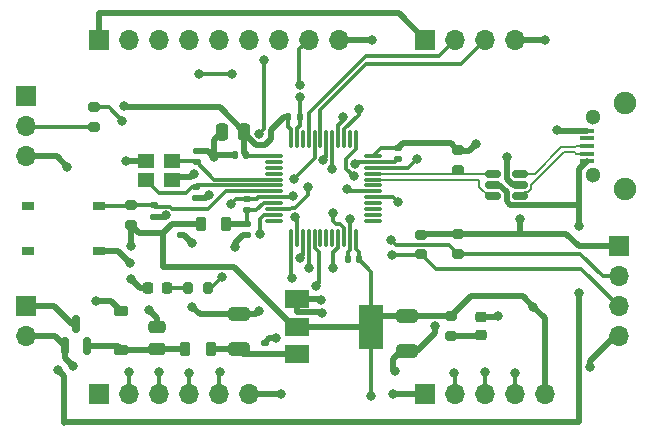
<source format=gbr>
%TF.GenerationSoftware,KiCad,Pcbnew,7.0.5*%
%TF.CreationDate,2023-08-08T21:03:55-06:00*%
%TF.ProjectId,STM32PlayBoard_v1,53544d33-3250-46c6-9179-426f6172645f,rev?*%
%TF.SameCoordinates,Original*%
%TF.FileFunction,Copper,L1,Top*%
%TF.FilePolarity,Positive*%
%FSLAX46Y46*%
G04 Gerber Fmt 4.6, Leading zero omitted, Abs format (unit mm)*
G04 Created by KiCad (PCBNEW 7.0.5) date 2023-08-08 21:03:55*
%MOMM*%
%LPD*%
G01*
G04 APERTURE LIST*
G04 Aperture macros list*
%AMRoundRect*
0 Rectangle with rounded corners*
0 $1 Rounding radius*
0 $2 $3 $4 $5 $6 $7 $8 $9 X,Y pos of 4 corners*
0 Add a 4 corners polygon primitive as box body*
4,1,4,$2,$3,$4,$5,$6,$7,$8,$9,$2,$3,0*
0 Add four circle primitives for the rounded corners*
1,1,$1+$1,$2,$3*
1,1,$1+$1,$4,$5*
1,1,$1+$1,$6,$7*
1,1,$1+$1,$8,$9*
0 Add four rect primitives between the rounded corners*
20,1,$1+$1,$2,$3,$4,$5,0*
20,1,$1+$1,$4,$5,$6,$7,0*
20,1,$1+$1,$6,$7,$8,$9,0*
20,1,$1+$1,$8,$9,$2,$3,0*%
G04 Aperture macros list end*
%TA.AperFunction,SMDPad,CuDef*%
%ADD10RoundRect,0.200000X-0.275000X0.200000X-0.275000X-0.200000X0.275000X-0.200000X0.275000X0.200000X0*%
%TD*%
%TA.AperFunction,SMDPad,CuDef*%
%ADD11RoundRect,0.140000X-0.170000X0.140000X-0.170000X-0.140000X0.170000X-0.140000X0.170000X0.140000X0*%
%TD*%
%TA.AperFunction,SMDPad,CuDef*%
%ADD12RoundRect,0.218750X0.218750X0.381250X-0.218750X0.381250X-0.218750X-0.381250X0.218750X-0.381250X0*%
%TD*%
%TA.AperFunction,ComponentPad*%
%ADD13R,1.700000X1.700000*%
%TD*%
%TA.AperFunction,ComponentPad*%
%ADD14O,1.700000X1.700000*%
%TD*%
%TA.AperFunction,SMDPad,CuDef*%
%ADD15RoundRect,0.250000X0.650000X-0.325000X0.650000X0.325000X-0.650000X0.325000X-0.650000X-0.325000X0*%
%TD*%
%TA.AperFunction,SMDPad,CuDef*%
%ADD16RoundRect,0.200000X-0.200000X-0.275000X0.200000X-0.275000X0.200000X0.275000X-0.200000X0.275000X0*%
%TD*%
%TA.AperFunction,SMDPad,CuDef*%
%ADD17RoundRect,0.140000X0.140000X0.170000X-0.140000X0.170000X-0.140000X-0.170000X0.140000X-0.170000X0*%
%TD*%
%TA.AperFunction,SMDPad,CuDef*%
%ADD18RoundRect,0.250000X-0.650000X0.325000X-0.650000X-0.325000X0.650000X-0.325000X0.650000X0.325000X0*%
%TD*%
%TA.AperFunction,SMDPad,CuDef*%
%ADD19R,1.400000X1.150000*%
%TD*%
%TA.AperFunction,SMDPad,CuDef*%
%ADD20RoundRect,0.150000X0.150000X-0.587500X0.150000X0.587500X-0.150000X0.587500X-0.150000X-0.587500X0*%
%TD*%
%TA.AperFunction,SMDPad,CuDef*%
%ADD21RoundRect,0.140000X0.170000X-0.140000X0.170000X0.140000X-0.170000X0.140000X-0.170000X-0.140000X0*%
%TD*%
%TA.AperFunction,SMDPad,CuDef*%
%ADD22RoundRect,0.218750X-0.256250X0.218750X-0.256250X-0.218750X0.256250X-0.218750X0.256250X0.218750X0*%
%TD*%
%TA.AperFunction,SMDPad,CuDef*%
%ADD23RoundRect,0.250000X0.250000X0.475000X-0.250000X0.475000X-0.250000X-0.475000X0.250000X-0.475000X0*%
%TD*%
%TA.AperFunction,SMDPad,CuDef*%
%ADD24R,1.000000X0.750000*%
%TD*%
%TA.AperFunction,SMDPad,CuDef*%
%ADD25RoundRect,0.140000X-0.140000X-0.170000X0.140000X-0.170000X0.140000X0.170000X-0.140000X0.170000X0*%
%TD*%
%TA.AperFunction,SMDPad,CuDef*%
%ADD26RoundRect,0.218750X-0.218750X-0.381250X0.218750X-0.381250X0.218750X0.381250X-0.218750X0.381250X0*%
%TD*%
%TA.AperFunction,SMDPad,CuDef*%
%ADD27R,1.250000X0.400000*%
%TD*%
%TA.AperFunction,ComponentPad*%
%ADD28C,1.300000*%
%TD*%
%TA.AperFunction,ComponentPad*%
%ADD29C,1.900000*%
%TD*%
%TA.AperFunction,SMDPad,CuDef*%
%ADD30RoundRect,0.250000X0.475000X-0.250000X0.475000X0.250000X-0.475000X0.250000X-0.475000X-0.250000X0*%
%TD*%
%TA.AperFunction,SMDPad,CuDef*%
%ADD31RoundRect,0.218750X-0.218750X-0.256250X0.218750X-0.256250X0.218750X0.256250X-0.218750X0.256250X0*%
%TD*%
%TA.AperFunction,SMDPad,CuDef*%
%ADD32RoundRect,0.200000X0.275000X-0.200000X0.275000X0.200000X-0.275000X0.200000X-0.275000X-0.200000X0*%
%TD*%
%TA.AperFunction,SMDPad,CuDef*%
%ADD33R,2.000000X1.500000*%
%TD*%
%TA.AperFunction,SMDPad,CuDef*%
%ADD34R,2.000000X3.800000*%
%TD*%
%TA.AperFunction,SMDPad,CuDef*%
%ADD35RoundRect,0.150000X0.512500X0.150000X-0.512500X0.150000X-0.512500X-0.150000X0.512500X-0.150000X0*%
%TD*%
%TA.AperFunction,SMDPad,CuDef*%
%ADD36RoundRect,0.225000X0.375000X-0.225000X0.375000X0.225000X-0.375000X0.225000X-0.375000X-0.225000X0*%
%TD*%
%TA.AperFunction,SMDPad,CuDef*%
%ADD37RoundRect,0.075000X-0.662500X-0.075000X0.662500X-0.075000X0.662500X0.075000X-0.662500X0.075000X0*%
%TD*%
%TA.AperFunction,SMDPad,CuDef*%
%ADD38RoundRect,0.075000X-0.075000X-0.662500X0.075000X-0.662500X0.075000X0.662500X-0.075000X0.662500X0*%
%TD*%
%TA.AperFunction,ViaPad*%
%ADD39C,0.800000*%
%TD*%
%TA.AperFunction,Conductor*%
%ADD40C,0.500000*%
%TD*%
%TA.AperFunction,Conductor*%
%ADD41C,0.300000*%
%TD*%
%TA.AperFunction,Conductor*%
%ADD42C,0.200000*%
%TD*%
G04 APERTURE END LIST*
D10*
%TO.P,R6,1*%
%TO.N,+3.3V*%
X60390000Y-80495000D03*
%TO.P,R6,2*%
%TO.N,ISC2_SDA*%
X60390000Y-82145000D03*
%TD*%
D11*
%TO.P,C12,1*%
%TO.N,+3.3V*%
X36900000Y-79620000D03*
%TO.P,C12,2*%
%TO.N,GND*%
X36900000Y-80580000D03*
%TD*%
%TO.P,C6,1*%
%TO.N,+3.3V*%
X55290000Y-73180000D03*
%TO.P,C6,2*%
%TO.N,GND*%
X55290000Y-74140000D03*
%TD*%
D12*
%TO.P,FB2,1*%
%TO.N,+3.3VA*%
X40762500Y-79600000D03*
%TO.P,FB2,2*%
%TO.N,+3.3V*%
X38637500Y-79600000D03*
%TD*%
D13*
%TO.P,J6,1,Pin_1*%
%TO.N,+3.3V*%
X30000000Y-64000000D03*
D14*
%TO.P,J6,2,Pin_2*%
%TO.N,PB6*%
X32540000Y-64000000D03*
%TO.P,J6,3,Pin_3*%
%TO.N,PB5*%
X35080000Y-64000000D03*
%TO.P,J6,4,Pin_4*%
%TO.N,PB4*%
X37620000Y-64000000D03*
%TO.P,J6,5,Pin_5*%
%TO.N,PB3*%
X40160000Y-64000000D03*
%TO.P,J6,6,Pin_6*%
%TO.N,ADC1_IN0*%
X42700000Y-64000000D03*
%TO.P,J6,7,Pin_7*%
%TO.N,TIM1_CH1*%
X45240000Y-64000000D03*
%TO.P,J6,8,Pin_8*%
%TO.N,TIM1_CH2*%
X47780000Y-64000000D03*
%TO.P,J6,9,Pin_9*%
%TO.N,GND*%
X50320000Y-64000000D03*
%TD*%
D15*
%TO.P,C2,1*%
%TO.N,Net-(U1-VI)*%
X41810000Y-90215000D03*
%TO.P,C2,2*%
%TO.N,GND*%
X41810000Y-87265000D03*
%TD*%
D16*
%TO.P,R5,1*%
%TO.N,Net-(D3-A)*%
X37575000Y-85020000D03*
%TO.P,R5,2*%
%TO.N,Status_LED*%
X39225000Y-85020000D03*
%TD*%
D10*
%TO.P,R7,1*%
%TO.N,+3.3V*%
X57280000Y-80525000D03*
%TO.P,R7,2*%
%TO.N,I2C2_SCL*%
X57280000Y-82175000D03*
%TD*%
D17*
%TO.P,C7,1*%
%TO.N,+3.3V*%
X52020000Y-82610000D03*
%TO.P,C7,2*%
%TO.N,GND*%
X51060000Y-82610000D03*
%TD*%
D10*
%TO.P,R3,1*%
%TO.N,BOOT0*%
X29540000Y-69735000D03*
%TO.P,R3,2*%
%TO.N,Net-(J2-Pin_2)*%
X29540000Y-71385000D03*
%TD*%
D18*
%TO.P,C4,1*%
%TO.N,+3.3V*%
X56060000Y-87385000D03*
%TO.P,C4,2*%
%TO.N,GND*%
X56060000Y-90335000D03*
%TD*%
D19*
%TO.P,Y1,1,1*%
%TO.N,HSE_OSC_IN*%
X36200000Y-74300000D03*
%TO.P,Y1,2,2*%
%TO.N,GND*%
X34000000Y-74300000D03*
%TO.P,Y1,3,3*%
%TO.N,HSE_OSC_OUT*%
X34000000Y-75900000D03*
%TO.P,Y1,4,4*%
%TO.N,GND*%
X36200000Y-75900000D03*
%TD*%
D20*
%TO.P,Q1,1,G*%
%TO.N,GND*%
X27080000Y-89955000D03*
%TO.P,Q1,2,S*%
%TO.N,Net-(D1-K)*%
X28980000Y-89955000D03*
%TO.P,Q1,3,D*%
%TO.N,VCC*%
X28030000Y-88080000D03*
%TD*%
D13*
%TO.P,J2,1,Pin_1*%
%TO.N,+3.3V*%
X23830000Y-68810000D03*
D14*
%TO.P,J2,2,Pin_2*%
%TO.N,Net-(J2-Pin_2)*%
X23830000Y-71350000D03*
%TO.P,J2,3,Pin_3*%
%TO.N,GND*%
X23830000Y-73890000D03*
%TD*%
D21*
%TO.P,C3,1*%
%TO.N,Net-(U1-VI)*%
X44020000Y-90610000D03*
%TO.P,C3,2*%
%TO.N,GND*%
X44020000Y-89650000D03*
%TD*%
D22*
%TO.P,D2,1,K*%
%TO.N,GND*%
X62350000Y-87462500D03*
%TO.P,D2,2,A*%
%TO.N,Net-(D2-A)*%
X62350000Y-89037500D03*
%TD*%
D23*
%TO.P,C5,1*%
%TO.N,+3.3V*%
X42310000Y-71790000D03*
%TO.P,C5,2*%
%TO.N,GND*%
X40410000Y-71790000D03*
%TD*%
D13*
%TO.P,J8,1,Pin_1*%
%TO.N,+3.3V*%
X30000000Y-94000000D03*
D14*
%TO.P,J8,2,Pin_2*%
%TO.N,SPI1_NSS*%
X32540000Y-94000000D03*
%TO.P,J8,3,Pin_3*%
%TO.N,SPI1_SCK*%
X35080000Y-94000000D03*
%TO.P,J8,4,Pin_4*%
%TO.N,SPI1_MISO*%
X37620000Y-94000000D03*
%TO.P,J8,5,Pin_5*%
%TO.N,SPI1_MOSI*%
X40160000Y-94000000D03*
%TO.P,J8,6,Pin_6*%
%TO.N,GND*%
X42700000Y-94000000D03*
%TD*%
D24*
%TO.P,S1,A1,COM_1*%
%TO.N,unconnected-(S1-COM_1-PadA1)*%
X24000000Y-78125000D03*
%TO.P,S1,B1,COM_2*%
%TO.N,nRST*%
X30000000Y-78125000D03*
%TO.P,S1,C1,NO_1*%
%TO.N,unconnected-(S1-NO_1-PadC1)*%
X24000000Y-81875000D03*
%TO.P,S1,D1,NO_2*%
%TO.N,GND*%
X30000000Y-81875000D03*
%TD*%
D25*
%TO.P,C8,1*%
%TO.N,+3.3V*%
X46020000Y-70560000D03*
%TO.P,C8,2*%
%TO.N,GND*%
X46980000Y-70560000D03*
%TD*%
D26*
%TO.P,FB1,1*%
%TO.N,Net-(D1-K)*%
X37317500Y-90210000D03*
%TO.P,FB1,2*%
%TO.N,Net-(U1-VI)*%
X39442500Y-90210000D03*
%TD*%
D27*
%TO.P,J3,1,VBUS*%
%TO.N,VBUS*%
X71300000Y-74300000D03*
%TO.P,J3,2,D-*%
%TO.N,USB_Conn_D-*%
X71300000Y-73650000D03*
%TO.P,J3,3,D+*%
%TO.N,USB_Conn_D+*%
X71300000Y-73000000D03*
%TO.P,J3,4,ID*%
%TO.N,unconnected-(J3-ID-Pad4)*%
X71300000Y-72350000D03*
%TO.P,J3,5,GND*%
%TO.N,GND*%
X71300000Y-71700000D03*
D28*
%TO.P,J3,MH1*%
%TO.N,N/C*%
X71820000Y-75425000D03*
%TO.P,J3,MH2*%
X71820000Y-70575000D03*
D29*
%TO.P,J3,MH3*%
X74500000Y-76625000D03*
%TO.P,J3,MH4*%
X74500000Y-69375000D03*
%TD*%
D30*
%TO.P,C1,1*%
%TO.N,Net-(D1-K)*%
X34940000Y-90190000D03*
%TO.P,C1,2*%
%TO.N,GND*%
X34940000Y-88290000D03*
%TD*%
D11*
%TO.P,C15,1*%
%TO.N,HSE_OSC_OUT*%
X38230000Y-76440000D03*
%TO.P,C15,2*%
%TO.N,GND*%
X38230000Y-77400000D03*
%TD*%
D31*
%TO.P,D3,1,K*%
%TO.N,GND*%
X34162500Y-85040000D03*
%TO.P,D3,2,A*%
%TO.N,Net-(D3-A)*%
X35737500Y-85040000D03*
%TD*%
D21*
%TO.P,C14,1*%
%TO.N,HSE_OSC_IN*%
X38270000Y-74380000D03*
%TO.P,C14,2*%
%TO.N,GND*%
X38270000Y-73420000D03*
%TD*%
D32*
%TO.P,R1,1*%
%TO.N,Net-(D2-A)*%
X59800000Y-89057500D03*
%TO.P,R1,2*%
%TO.N,+3.3V*%
X59800000Y-87407500D03*
%TD*%
%TO.P,R2,1*%
%TO.N,+3.3V*%
X32700000Y-79655000D03*
%TO.P,R2,2*%
%TO.N,nRST*%
X32700000Y-78005000D03*
%TD*%
D21*
%TO.P,C10,1*%
%TO.N,+3.3VA*%
X42500000Y-78450000D03*
%TO.P,C10,2*%
%TO.N,GND*%
X42500000Y-77490000D03*
%TD*%
D10*
%TO.P,R4,1*%
%TO.N,+3.3V*%
X60420000Y-73375000D03*
%TO.P,R4,2*%
%TO.N,USB_D+*%
X60420000Y-75025000D03*
%TD*%
D13*
%TO.P,J4,1,Pin_1*%
%TO.N,+3.3V*%
X74000000Y-81500000D03*
D14*
%TO.P,J4,2,Pin_2*%
%TO.N,ISC2_SDA*%
X74000000Y-84040000D03*
%TO.P,J4,3,Pin_3*%
%TO.N,I2C2_SCL*%
X74000000Y-86580000D03*
%TO.P,J4,4,Pin_4*%
%TO.N,GND*%
X74000000Y-89120000D03*
%TD*%
D21*
%TO.P,C13,1*%
%TO.N,GND*%
X34650000Y-78980000D03*
%TO.P,C13,2*%
%TO.N,nRST*%
X34650000Y-78020000D03*
%TD*%
D33*
%TO.P,U1,1,GND*%
%TO.N,GND*%
X46750000Y-86000000D03*
%TO.P,U1,2,VO*%
%TO.N,+3.3V*%
X46750000Y-88300000D03*
D34*
X53050000Y-88300000D03*
D33*
%TO.P,U1,3,VI*%
%TO.N,Net-(U1-VI)*%
X46750000Y-90600000D03*
%TD*%
D13*
%TO.P,J1,1,Pin_1*%
%TO.N,VCC*%
X23780000Y-86590000D03*
D14*
%TO.P,J1,2,Pin_2*%
%TO.N,GND*%
X23780000Y-89130000D03*
%TD*%
D35*
%TO.P,U3,1,I/O1*%
%TO.N,USB_Conn_D-*%
X65617500Y-77270000D03*
%TO.P,U3,2,GND*%
%TO.N,GND*%
X65617500Y-76320000D03*
%TO.P,U3,3,I/O2*%
%TO.N,USB_Conn_D+*%
X65617500Y-75370000D03*
%TO.P,U3,4,I/O2*%
%TO.N,USB_D+*%
X63342500Y-75370000D03*
%TO.P,U3,5,VBUS*%
%TO.N,VBUS*%
X63342500Y-76320000D03*
%TO.P,U3,6,I/O1*%
%TO.N,USB_D-*%
X63342500Y-77270000D03*
%TD*%
D11*
%TO.P,C11,1*%
%TO.N,+3.3VA*%
X42500000Y-79600000D03*
%TO.P,C11,2*%
%TO.N,GND*%
X42500000Y-80560000D03*
%TD*%
D36*
%TO.P,D1,1,K*%
%TO.N,Net-(D1-K)*%
X31870000Y-90247500D03*
%TO.P,D1,2,A*%
%TO.N,VBUS*%
X31870000Y-86947500D03*
%TD*%
D13*
%TO.P,J5,1,Pin_1*%
%TO.N,+3.3V*%
X57600000Y-64000000D03*
D14*
%TO.P,J5,2,Pin_2*%
%TO.N,USART1_TX*%
X60140000Y-64000000D03*
%TO.P,J5,3,Pin_3*%
%TO.N,USART1_RX*%
X62680000Y-64000000D03*
%TO.P,J5,4,Pin_4*%
%TO.N,GND*%
X65220000Y-64000000D03*
%TD*%
D17*
%TO.P,C9,1*%
%TO.N,+3.3V*%
X42480000Y-73800000D03*
%TO.P,C9,2*%
%TO.N,GND*%
X41520000Y-73800000D03*
%TD*%
D13*
%TO.P,J7,1,Pin_1*%
%TO.N,GND*%
X57600000Y-94000000D03*
D14*
%TO.P,J7,2,Pin_2*%
%TO.N,SWO*%
X60140000Y-94000000D03*
%TO.P,J7,3,Pin_3*%
%TO.N,SWCLK*%
X62680000Y-94000000D03*
%TO.P,J7,4,Pin_4*%
%TO.N,SWDIO*%
X65220000Y-94000000D03*
%TO.P,J7,5,Pin_5*%
%TO.N,+3.3V*%
X67760000Y-94000000D03*
%TD*%
D37*
%TO.P,U2,1,VBAT*%
%TO.N,+3.3V*%
X44837500Y-73850000D03*
%TO.P,U2,2,PC13*%
%TO.N,unconnected-(U2-PC13-Pad2)*%
X44837500Y-74350000D03*
%TO.P,U2,3,PC14*%
%TO.N,unconnected-(U2-PC14-Pad3)*%
X44837500Y-74850000D03*
%TO.P,U2,4,PC15*%
%TO.N,unconnected-(U2-PC15-Pad4)*%
X44837500Y-75350000D03*
%TO.P,U2,5,PD0*%
%TO.N,HSE_OSC_IN*%
X44837500Y-75850000D03*
%TO.P,U2,6,PD1*%
%TO.N,HSE_OSC_OUT*%
X44837500Y-76350000D03*
%TO.P,U2,7,NRST*%
%TO.N,nRST*%
X44837500Y-76850000D03*
%TO.P,U2,8,VSSA*%
%TO.N,GND*%
X44837500Y-77350000D03*
%TO.P,U2,9,VDDA*%
%TO.N,+3.3VA*%
X44837500Y-77850000D03*
%TO.P,U2,10,PA0*%
%TO.N,ADC1_IN0*%
X44837500Y-78350000D03*
%TO.P,U2,11,PA1*%
%TO.N,Status_LED*%
X44837500Y-78850000D03*
%TO.P,U2,12,PA2*%
%TO.N,unconnected-(U2-PA2-Pad12)*%
X44837500Y-79350000D03*
D38*
%TO.P,U2,13,PA3*%
%TO.N,SWO*%
X46250000Y-80762500D03*
%TO.P,U2,14,PA4*%
%TO.N,SPI1_NSS*%
X46750000Y-80762500D03*
%TO.P,U2,15,PA5*%
%TO.N,SPI1_SCK*%
X47250000Y-80762500D03*
%TO.P,U2,16,PA6*%
%TO.N,SPI1_MISO*%
X47750000Y-80762500D03*
%TO.P,U2,17,PA7*%
%TO.N,SPI1_MOSI*%
X48250000Y-80762500D03*
%TO.P,U2,18,PB0*%
%TO.N,unconnected-(U2-PB0-Pad18)*%
X48750000Y-80762500D03*
%TO.P,U2,19,PB1*%
%TO.N,unconnected-(U2-PB1-Pad19)*%
X49250000Y-80762500D03*
%TO.P,U2,20,PB2*%
%TO.N,unconnected-(U2-PB2-Pad20)*%
X49750000Y-80762500D03*
%TO.P,U2,21,PB10*%
%TO.N,I2C2_SCL*%
X50250000Y-80762500D03*
%TO.P,U2,22,PB11*%
%TO.N,ISC2_SDA*%
X50750000Y-80762500D03*
%TO.P,U2,23,VSS*%
%TO.N,GND*%
X51250000Y-80762500D03*
%TO.P,U2,24,VDD*%
%TO.N,+3.3V*%
X51750000Y-80762500D03*
D37*
%TO.P,U2,25,PB12*%
%TO.N,unconnected-(U2-PB12-Pad25)*%
X53162500Y-79350000D03*
%TO.P,U2,26,PB13*%
%TO.N,unconnected-(U2-PB13-Pad26)*%
X53162500Y-78850000D03*
%TO.P,U2,27,PB14*%
%TO.N,unconnected-(U2-PB14-Pad27)*%
X53162500Y-78350000D03*
%TO.P,U2,28,PB15*%
%TO.N,unconnected-(U2-PB15-Pad28)*%
X53162500Y-77850000D03*
%TO.P,U2,29,PA8*%
%TO.N,TIM1_CH1*%
X53162500Y-77350000D03*
%TO.P,U2,30,PA9*%
%TO.N,TIM1_CH2*%
X53162500Y-76850000D03*
%TO.P,U2,31,PA10*%
%TO.N,unconnected-(U2-PA10-Pad31)*%
X53162500Y-76350000D03*
%TO.P,U2,32,PA11*%
%TO.N,USB_D-*%
X53162500Y-75850000D03*
%TO.P,U2,33,PA12*%
%TO.N,USB_D+*%
X53162500Y-75350000D03*
%TO.P,U2,34,PA13*%
%TO.N,SWDIO*%
X53162500Y-74850000D03*
%TO.P,U2,35,VSS*%
%TO.N,GND*%
X53162500Y-74350000D03*
%TO.P,U2,36,VDD*%
%TO.N,+3.3V*%
X53162500Y-73850000D03*
D38*
%TO.P,U2,37,PA14*%
%TO.N,SWCLK*%
X51750000Y-72437500D03*
%TO.P,U2,38,PA15*%
%TO.N,unconnected-(U2-PA15-Pad38)*%
X51250000Y-72437500D03*
%TO.P,U2,39,PB3*%
%TO.N,PB3*%
X50750000Y-72437500D03*
%TO.P,U2,40,PB4*%
%TO.N,PB4*%
X50250000Y-72437500D03*
%TO.P,U2,41,PB5*%
%TO.N,PB5*%
X49750000Y-72437500D03*
%TO.P,U2,42,PB6*%
%TO.N,PB6*%
X49250000Y-72437500D03*
%TO.P,U2,43,PB7*%
%TO.N,USART1_RX*%
X48750000Y-72437500D03*
%TO.P,U2,44,BOOT0*%
%TO.N,BOOT0*%
X48250000Y-72437500D03*
%TO.P,U2,45,PB8*%
%TO.N,USART1_TX*%
X47750000Y-72437500D03*
%TO.P,U2,46,PB9*%
%TO.N,unconnected-(U2-PB9-Pad46)*%
X47250000Y-72437500D03*
%TO.P,U2,47,VSS*%
%TO.N,GND*%
X46750000Y-72437500D03*
%TO.P,U2,48,VDD*%
%TO.N,+3.3V*%
X46250000Y-72437500D03*
%TD*%
D39*
%TO.N,GND*%
X51699500Y-74512998D03*
X37880000Y-81250000D03*
X32690000Y-84240000D03*
X27780000Y-91650000D03*
X32290000Y-74250000D03*
X39300000Y-77190000D03*
X58420000Y-88240000D03*
X53080000Y-64020000D03*
X45000000Y-89280000D03*
X43530000Y-86990000D03*
X34210000Y-86880000D03*
X46990000Y-68830000D03*
X37860000Y-86610000D03*
X41160000Y-77910000D03*
X39720000Y-73930000D03*
X27330000Y-74770000D03*
X68750000Y-71690000D03*
X71580000Y-91680000D03*
X41495023Y-81565023D03*
X35670000Y-78890000D03*
X48880000Y-87110000D03*
X51250000Y-79160000D03*
X45410000Y-94010000D03*
X55050000Y-92020000D03*
X48810000Y-86020000D03*
X46400000Y-77230000D03*
X32660000Y-82920000D03*
X64510000Y-73950000D03*
X38000000Y-75410000D03*
X54870000Y-93990000D03*
X63790000Y-87440000D03*
X67770000Y-64000000D03*
%TO.N,+3.3V*%
X53070000Y-94170000D03*
X32690000Y-81490000D03*
X65660000Y-79210000D03*
X61890000Y-72830000D03*
X66780000Y-86610000D03*
X32100000Y-69600000D03*
%TO.N,VBUS*%
X29720000Y-86120000D03*
X70620000Y-85460000D03*
X26500000Y-91930000D03*
X70610000Y-79740000D03*
%TO.N,PB3*%
X52010000Y-69840000D03*
%TO.N,PB4*%
X50630000Y-70589500D03*
%TO.N,PB5*%
X49750000Y-74970000D03*
%TO.N,PB6*%
X49000500Y-74160000D03*
X38460000Y-66900000D03*
X41240000Y-66890000D03*
%TO.N,SWO*%
X46330000Y-84210000D03*
X60090000Y-92210000D03*
%TO.N,SWCLK*%
X51614750Y-75585250D03*
X62680000Y-92170000D03*
%TO.N,SWDIO*%
X65240000Y-92190000D03*
X56890000Y-74090000D03*
%TO.N,BOOT0*%
X46550000Y-75760000D03*
X31960000Y-70850000D03*
%TO.N,ISC2_SDA*%
X49790000Y-78690000D03*
X54720000Y-80970000D03*
%TO.N,I2C2_SCL*%
X49830000Y-83350500D03*
X54790000Y-82240000D03*
%TO.N,ADC1_IN0*%
X43540000Y-71950000D03*
X47670000Y-76440000D03*
X43930000Y-65750000D03*
%TO.N,TIM1_CH1*%
X55310000Y-77760000D03*
%TO.N,TIM1_CH2*%
X50980000Y-76620000D03*
X46975516Y-67830602D03*
%TO.N,SPI1_NSS*%
X32540000Y-92180000D03*
X46610000Y-78980000D03*
%TO.N,SPI1_SCK*%
X46999500Y-82480016D03*
X35120000Y-92170000D03*
%TO.N,SPI1_MISO*%
X37590000Y-92200000D03*
X47750000Y-83350500D03*
%TO.N,SPI1_MOSI*%
X48370000Y-84850000D03*
X40220000Y-92170000D03*
%TO.N,Status_LED*%
X40441051Y-84089500D03*
X43630000Y-80490000D03*
%TD*%
D40*
%TO.N,Net-(D1-K)*%
X37297500Y-90190000D02*
X37317500Y-90210000D01*
X28980000Y-89955000D02*
X31577500Y-89955000D01*
X31870000Y-90247500D02*
X34882500Y-90247500D01*
X31577500Y-89955000D02*
X31870000Y-90247500D01*
X34882500Y-90247500D02*
X34940000Y-90190000D01*
X34940000Y-90190000D02*
X37297500Y-90190000D01*
%TO.N,GND*%
X23780000Y-89130000D02*
X26255000Y-89130000D01*
X53060000Y-64000000D02*
X53080000Y-64020000D01*
X68760000Y-71700000D02*
X68750000Y-71690000D01*
X31615000Y-81875000D02*
X32660000Y-82920000D01*
D41*
X46980000Y-70560000D02*
X46980000Y-68840000D01*
D40*
X34940000Y-88290000D02*
X34940000Y-87610000D01*
X35580000Y-78980000D02*
X35670000Y-78890000D01*
X27080000Y-89955000D02*
X27080000Y-90950000D01*
X54880000Y-94000000D02*
X54870000Y-93990000D01*
X36470000Y-75630000D02*
X37780000Y-75630000D01*
D41*
X51699500Y-74512998D02*
X51862498Y-74350000D01*
D40*
X23830000Y-73890000D02*
X26450000Y-73890000D01*
X65010000Y-76320000D02*
X64505000Y-75815000D01*
X32340000Y-74300000D02*
X32290000Y-74250000D01*
X46750000Y-86000000D02*
X48790000Y-86000000D01*
D41*
X42500000Y-77490000D02*
X41580000Y-77490000D01*
D40*
X37210000Y-80580000D02*
X37880000Y-81250000D01*
D41*
X51060000Y-82610000D02*
X51060000Y-81960000D01*
D40*
X41495023Y-81565023D02*
X41495023Y-81254977D01*
X42190000Y-80560000D02*
X42500000Y-80560000D01*
D41*
X43480000Y-77350000D02*
X43340000Y-77490000D01*
D40*
X38515000Y-87265000D02*
X37860000Y-86610000D01*
X27080000Y-90950000D02*
X27780000Y-91650000D01*
X62350000Y-87462500D02*
X63767500Y-87462500D01*
X71580000Y-91230000D02*
X73690000Y-89120000D01*
D41*
X44837500Y-77350000D02*
X43480000Y-77350000D01*
X51862498Y-74350000D02*
X53162500Y-74350000D01*
D40*
X44390000Y-89280000D02*
X44020000Y-89650000D01*
X65220000Y-64000000D02*
X67770000Y-64000000D01*
X41810000Y-87265000D02*
X38515000Y-87265000D01*
D41*
X46280000Y-77350000D02*
X46400000Y-77230000D01*
D40*
X43255000Y-87265000D02*
X43530000Y-86990000D01*
X54880000Y-91850000D02*
X55050000Y-92020000D01*
X45000000Y-89280000D02*
X44390000Y-89280000D01*
X39720000Y-72480000D02*
X40410000Y-71790000D01*
X39720000Y-73930000D02*
X39720000Y-72480000D01*
X65617500Y-76320000D02*
X65010000Y-76320000D01*
X39210000Y-73420000D02*
X39720000Y-73930000D01*
X54880000Y-91010000D02*
X54880000Y-91850000D01*
X48880000Y-87110000D02*
X48870000Y-87100000D01*
X58420000Y-88240000D02*
X58420000Y-88870000D01*
X36200000Y-75900000D02*
X36470000Y-75630000D01*
X71580000Y-91680000D02*
X71580000Y-91230000D01*
D41*
X51060000Y-81960000D02*
X51250000Y-81770000D01*
D40*
X64505000Y-73955000D02*
X64510000Y-73950000D01*
X55555000Y-90335000D02*
X54880000Y-91010000D01*
X45400000Y-94000000D02*
X45410000Y-94010000D01*
X36900000Y-80580000D02*
X37210000Y-80580000D01*
X73690000Y-89120000D02*
X74000000Y-89120000D01*
X38270000Y-73420000D02*
X39210000Y-73420000D01*
D41*
X46980000Y-68840000D02*
X46990000Y-68830000D01*
D40*
X42700000Y-94000000D02*
X45400000Y-94000000D01*
D41*
X46750000Y-72437500D02*
X46750000Y-71510000D01*
D40*
X34000000Y-74300000D02*
X32340000Y-74300000D01*
X37780000Y-75630000D02*
X38000000Y-75410000D01*
X34940000Y-87610000D02*
X34210000Y-86880000D01*
X58420000Y-88870000D02*
X56955000Y-90335000D01*
D41*
X53162500Y-74350000D02*
X55080000Y-74350000D01*
D40*
X63767500Y-87462500D02*
X63790000Y-87440000D01*
X71300000Y-71700000D02*
X68760000Y-71700000D01*
X30000000Y-81875000D02*
X31615000Y-81875000D01*
X48790000Y-86000000D02*
X48810000Y-86020000D01*
X39850000Y-73800000D02*
X39720000Y-73930000D01*
X34650000Y-78980000D02*
X35580000Y-78980000D01*
D41*
X43340000Y-77490000D02*
X42500000Y-77490000D01*
D40*
X57600000Y-94000000D02*
X54880000Y-94000000D01*
X39090000Y-77400000D02*
X39300000Y-77190000D01*
X33490000Y-85040000D02*
X32690000Y-84240000D01*
D41*
X44837500Y-77350000D02*
X46280000Y-77350000D01*
D40*
X26255000Y-89130000D02*
X27080000Y-89955000D01*
X64505000Y-75815000D02*
X64505000Y-73955000D01*
X46750000Y-87100000D02*
X46750000Y-86000000D01*
D41*
X46980000Y-71280000D02*
X46980000Y-70560000D01*
D40*
X34162500Y-85040000D02*
X33490000Y-85040000D01*
X41495023Y-81254977D02*
X42190000Y-80560000D01*
D41*
X55080000Y-74350000D02*
X55290000Y-74140000D01*
D40*
X41520000Y-73800000D02*
X39850000Y-73800000D01*
D41*
X41580000Y-77490000D02*
X41160000Y-77910000D01*
X46750000Y-71510000D02*
X46980000Y-71280000D01*
D40*
X50320000Y-64000000D02*
X53060000Y-64000000D01*
X56955000Y-90335000D02*
X56060000Y-90335000D01*
X48870000Y-87100000D02*
X46750000Y-87100000D01*
D41*
X51250000Y-80762500D02*
X51250000Y-79160000D01*
D40*
X38230000Y-77400000D02*
X39090000Y-77400000D01*
X26450000Y-73890000D02*
X27330000Y-74770000D01*
X41810000Y-87265000D02*
X43255000Y-87265000D01*
X56060000Y-90335000D02*
X55555000Y-90335000D01*
D41*
X51250000Y-80762500D02*
X51250000Y-81770000D01*
D40*
%TO.N,Net-(U1-VI)*%
X44020000Y-90610000D02*
X46740000Y-90610000D01*
X39442500Y-90210000D02*
X41805000Y-90210000D01*
X41805000Y-90210000D02*
X41810000Y-90215000D01*
X42205000Y-90610000D02*
X44020000Y-90610000D01*
X46740000Y-90610000D02*
X46750000Y-90600000D01*
X41810000Y-90215000D02*
X42205000Y-90610000D01*
D41*
%TO.N,+3.3V*%
X53162500Y-73850000D02*
X53832500Y-73180000D01*
D40*
X59760000Y-72765000D02*
X55705000Y-72765000D01*
X32100000Y-69600000D02*
X32190000Y-69690000D01*
D41*
X53050000Y-94150000D02*
X53070000Y-94170000D01*
X53832500Y-73180000D02*
X55290000Y-73180000D01*
D40*
X67760000Y-87590000D02*
X67760000Y-94000000D01*
X32700000Y-81480000D02*
X32690000Y-81490000D01*
X65910000Y-85740000D02*
X66780000Y-86610000D01*
X32700000Y-79655000D02*
X33405000Y-80360000D01*
X65650000Y-79220000D02*
X65660000Y-79210000D01*
X44520000Y-72400000D02*
X44520000Y-71670000D01*
X46750000Y-88300000D02*
X46500000Y-88300000D01*
X30000000Y-64000000D02*
X30000000Y-61790000D01*
X35410000Y-83240000D02*
X35410000Y-80360000D01*
D41*
X46250000Y-71600000D02*
X46020000Y-71370000D01*
X53050000Y-88300000D02*
X53050000Y-94150000D01*
D40*
X40210000Y-69690000D02*
X42310000Y-71790000D01*
X32700000Y-79655000D02*
X32700000Y-81480000D01*
X61295000Y-73425000D02*
X60420000Y-73425000D01*
X36920000Y-79600000D02*
X36900000Y-79620000D01*
D41*
X52000000Y-81970000D02*
X52000000Y-82590000D01*
D40*
X61467500Y-85740000D02*
X65910000Y-85740000D01*
X61890000Y-72830000D02*
X61295000Y-73425000D01*
X59800000Y-87407500D02*
X61467500Y-85740000D01*
X53965000Y-87385000D02*
X53050000Y-88300000D01*
X60390000Y-80495000D02*
X57310000Y-80495000D01*
X70617918Y-81500000D02*
X74000000Y-81500000D01*
D41*
X51750000Y-81720000D02*
X52000000Y-81970000D01*
D40*
X30000000Y-61790000D02*
X29990000Y-61780000D01*
X56060000Y-87385000D02*
X59777500Y-87385000D01*
D41*
X46250000Y-72437500D02*
X46250000Y-71600000D01*
D40*
X65650000Y-80460000D02*
X65650000Y-79220000D01*
X56060000Y-87385000D02*
X53965000Y-87385000D01*
X46500000Y-88300000D02*
X41440000Y-83240000D01*
D41*
X46020000Y-71370000D02*
X46020000Y-70560000D01*
D40*
X42310000Y-73630000D02*
X42480000Y-73800000D01*
X46750000Y-88300000D02*
X53050000Y-88300000D01*
X69577918Y-80460000D02*
X70617918Y-81500000D01*
D41*
X44837500Y-73850000D02*
X42530000Y-73850000D01*
D40*
X42310000Y-71932082D02*
X43267918Y-72890000D01*
X65650000Y-80460000D02*
X69577918Y-80460000D01*
X60425000Y-80460000D02*
X65650000Y-80460000D01*
X35410000Y-80360000D02*
X36150000Y-79620000D01*
D41*
X52020000Y-82610000D02*
X53050000Y-83640000D01*
D40*
X44520000Y-71670000D02*
X45630000Y-70560000D01*
D41*
X53050000Y-83640000D02*
X53050000Y-88300000D01*
D40*
X57310000Y-80495000D02*
X57280000Y-80525000D01*
X66780000Y-86610000D02*
X67760000Y-87590000D01*
X44030000Y-72890000D02*
X44520000Y-72400000D01*
D41*
X52000000Y-82590000D02*
X52020000Y-82610000D01*
D40*
X43267918Y-72890000D02*
X44030000Y-72890000D01*
D41*
X51750000Y-80762500D02*
X51750000Y-81720000D01*
D40*
X33405000Y-80360000D02*
X35410000Y-80360000D01*
X59777500Y-87385000D02*
X59800000Y-87407500D01*
X29990000Y-61780000D02*
X55380000Y-61780000D01*
X41440000Y-83240000D02*
X35410000Y-83240000D01*
X42310000Y-71790000D02*
X42310000Y-73630000D01*
X36150000Y-79620000D02*
X36900000Y-79620000D01*
X55705000Y-72765000D02*
X55290000Y-73180000D01*
X55380000Y-61780000D02*
X57600000Y-64000000D01*
X60420000Y-73425000D02*
X59760000Y-72765000D01*
X32190000Y-69690000D02*
X40210000Y-69690000D01*
X45630000Y-70560000D02*
X46020000Y-70560000D01*
X42310000Y-71790000D02*
X42310000Y-71932082D01*
X38637500Y-79600000D02*
X36920000Y-79600000D01*
D41*
%TO.N,+3.3VA*%
X43330000Y-78450000D02*
X42500000Y-78450000D01*
D40*
X40762500Y-79600000D02*
X42500000Y-79600000D01*
D41*
X43930000Y-77850000D02*
X43330000Y-78450000D01*
X42500000Y-78450000D02*
X42500000Y-79600000D01*
X44837500Y-77850000D02*
X43930000Y-77850000D01*
%TO.N,nRST*%
X30000000Y-78125000D02*
X32580000Y-78125000D01*
X39240000Y-78330000D02*
X36170661Y-78330000D01*
X34635000Y-78005000D02*
X34650000Y-78020000D01*
X35980661Y-78140000D02*
X34770000Y-78140000D01*
X44837500Y-76850000D02*
X40720000Y-76850000D01*
X32700000Y-78005000D02*
X34635000Y-78005000D01*
X32580000Y-78125000D02*
X32700000Y-78005000D01*
X36170661Y-78330000D02*
X35980661Y-78140000D01*
X34770000Y-78140000D02*
X34650000Y-78020000D01*
X40720000Y-76850000D02*
X39240000Y-78330000D01*
%TO.N,HSE_OSC_IN*%
X36200000Y-74300000D02*
X38190000Y-74300000D01*
X39740000Y-75850000D02*
X44837500Y-75850000D01*
X38270000Y-74380000D02*
X39740000Y-75850000D01*
X38190000Y-74300000D02*
X38270000Y-74380000D01*
%TO.N,HSE_OSC_OUT*%
X34000000Y-75900000D02*
X35090000Y-76990000D01*
X38230000Y-76440000D02*
X38320000Y-76350000D01*
X35090000Y-76990000D02*
X37340000Y-76990000D01*
X37890000Y-76440000D02*
X38230000Y-76440000D01*
X37340000Y-76990000D02*
X37890000Y-76440000D01*
X38320000Y-76350000D02*
X44837500Y-76350000D01*
D40*
%TO.N,VBUS*%
X27100000Y-96390000D02*
X70640000Y-96390000D01*
X70610000Y-74990000D02*
X70610000Y-77950000D01*
X70640000Y-96390000D02*
X70620000Y-96370000D01*
X63903528Y-76320000D02*
X64505000Y-76921472D01*
X63342500Y-76320000D02*
X63903528Y-76320000D01*
X27060000Y-92490000D02*
X27060000Y-96430000D01*
X29720000Y-86120000D02*
X31042500Y-86120000D01*
X70620000Y-96370000D02*
X70620000Y-85460000D01*
X31042500Y-86120000D02*
X31870000Y-86947500D01*
X71300000Y-74300000D02*
X70610000Y-74990000D01*
X64830000Y-78020000D02*
X70540000Y-78020000D01*
X64505000Y-77695000D02*
X64830000Y-78020000D01*
X70540000Y-78020000D02*
X70610000Y-77950000D01*
X64505000Y-76921472D02*
X64505000Y-77695000D01*
X26500000Y-91930000D02*
X27060000Y-92490000D01*
X70610000Y-77950000D02*
X70610000Y-79740000D01*
%TO.N,Net-(D2-A)*%
X59800000Y-89057500D02*
X62330000Y-89057500D01*
X62330000Y-89057500D02*
X62350000Y-89037500D01*
D41*
%TO.N,Net-(D3-A)*%
X35757500Y-85020000D02*
X35737500Y-85040000D01*
X37575000Y-85020000D02*
X35757500Y-85020000D01*
D40*
%TO.N,VCC*%
X26210000Y-86580000D02*
X27710000Y-88080000D01*
X23780000Y-86590000D02*
X26200000Y-86590000D01*
X26200000Y-86590000D02*
X26210000Y-86580000D01*
X27710000Y-88080000D02*
X28030000Y-88080000D01*
D41*
%TO.N,Net-(J2-Pin_2)*%
X23865000Y-71385000D02*
X23830000Y-71350000D01*
X29540000Y-71385000D02*
X23865000Y-71385000D01*
D42*
%TO.N,USB_Conn_D-*%
X70362499Y-73650000D02*
X70262499Y-73550000D01*
X66316396Y-76920000D02*
X65967500Y-76920000D01*
X70262499Y-73550000D02*
X69337500Y-73550000D01*
X71300000Y-73650000D02*
X70362499Y-73650000D01*
X65967500Y-76920000D02*
X65617500Y-77270000D01*
X66580000Y-76656396D02*
X66316396Y-76920000D01*
X69337500Y-73550000D02*
X66580000Y-76307500D01*
X66580000Y-76307500D02*
X66580000Y-76656396D01*
%TO.N,USB_Conn_D+*%
X69151103Y-73100000D02*
X66881103Y-75370000D01*
X70362499Y-73000000D02*
X70262499Y-73100000D01*
X66881103Y-75370000D02*
X65617500Y-75370000D01*
X71300000Y-73000000D02*
X70362499Y-73000000D01*
X70262499Y-73100000D02*
X69151103Y-73100000D01*
D41*
%TO.N,PB3*%
X51998959Y-69851041D02*
X52010000Y-69840000D01*
X50750000Y-71598959D02*
X50750000Y-72437500D01*
X51998959Y-70350000D02*
X51998959Y-69851041D01*
X51998959Y-70350000D02*
X50750000Y-71598959D01*
%TO.N,PB4*%
X50630000Y-70860000D02*
X50630000Y-70589500D01*
X50250000Y-72437500D02*
X50250000Y-71240000D01*
X50250000Y-71240000D02*
X50630000Y-70860000D01*
%TO.N,PB5*%
X49750000Y-74970000D02*
X49750000Y-72437500D01*
%TO.N,PB6*%
X49250000Y-73910500D02*
X49000500Y-74160000D01*
X41240000Y-66890000D02*
X41230000Y-66900000D01*
X41230000Y-66900000D02*
X38460000Y-66900000D01*
X49250000Y-72437500D02*
X49250000Y-73910500D01*
%TO.N,SWO*%
X60140000Y-94000000D02*
X60140000Y-92260000D01*
X46330000Y-84210000D02*
X46249500Y-84129500D01*
X46249500Y-80763000D02*
X46250000Y-80762500D01*
X60140000Y-92260000D02*
X60090000Y-92210000D01*
X46249500Y-84129500D02*
X46249500Y-80763000D01*
%TO.N,SWCLK*%
X50950000Y-74920500D02*
X50950000Y-74076041D01*
X62680000Y-94000000D02*
X62680000Y-92170000D01*
X51614750Y-75585250D02*
X50950000Y-74920500D01*
X50950000Y-74076041D02*
X51750000Y-73276041D01*
X51750000Y-73276041D02*
X51750000Y-72437500D01*
%TO.N,SWDIO*%
X65220000Y-94000000D02*
X65220000Y-92210000D01*
X56130000Y-74850000D02*
X53162500Y-74850000D01*
X56890000Y-74090000D02*
X56130000Y-74850000D01*
X65220000Y-92210000D02*
X65240000Y-92190000D01*
%TO.N,BOOT0*%
X48250000Y-72437500D02*
X48250000Y-74060000D01*
X30845000Y-69735000D02*
X29540000Y-69735000D01*
X31960000Y-70850000D02*
X30845000Y-69735000D01*
X48250000Y-74060000D02*
X46550000Y-75760000D01*
D42*
%TO.N,USB_D+*%
X63322500Y-75350000D02*
X63342500Y-75370000D01*
X60420000Y-75350000D02*
X63322500Y-75350000D01*
X53162500Y-75350000D02*
X60420000Y-75350000D01*
%TO.N,USB_D-*%
X62168050Y-75850000D02*
X62168050Y-76444446D01*
X53162500Y-75850000D02*
X62168050Y-75850000D01*
X62168050Y-76444446D02*
X62993604Y-77270000D01*
X62993604Y-77270000D02*
X63342500Y-77270000D01*
D41*
%TO.N,ISC2_SDA*%
X72650000Y-84040000D02*
X74000000Y-84040000D01*
X60390000Y-82145000D02*
X70755000Y-82145000D01*
X49790000Y-79320000D02*
X50060000Y-79590000D01*
X50750000Y-79923959D02*
X50750000Y-80762500D01*
X70755000Y-82145000D02*
X72650000Y-84040000D01*
X55175000Y-81425000D02*
X59670000Y-81425000D01*
X59670000Y-81425000D02*
X60390000Y-82145000D01*
X50060000Y-79590000D02*
X50416041Y-79590000D01*
X50416041Y-79590000D02*
X50750000Y-79923959D01*
X54720000Y-80970000D02*
X55175000Y-81425000D01*
X49790000Y-78690000D02*
X49790000Y-79320000D01*
%TO.N,I2C2_SCL*%
X70820000Y-83400000D02*
X74000000Y-86580000D01*
X57215000Y-82240000D02*
X57280000Y-82175000D01*
X57280000Y-82175000D02*
X58505000Y-83400000D01*
X49840000Y-82011041D02*
X50250000Y-81601041D01*
X50250000Y-81601041D02*
X50250000Y-80762500D01*
X54790000Y-82240000D02*
X57215000Y-82240000D01*
X49840000Y-82011041D02*
X49840000Y-83340500D01*
X49840000Y-83340500D02*
X49830000Y-83350500D01*
X58505000Y-83400000D02*
X70820000Y-83400000D01*
%TO.N,USART1_TX*%
X52563959Y-65386041D02*
X47750000Y-70200000D01*
X47750000Y-70200000D02*
X47750000Y-72437500D01*
X60140000Y-64000000D02*
X58753959Y-65386041D01*
X58753959Y-65386041D02*
X52563959Y-65386041D01*
%TO.N,USART1_RX*%
X48750000Y-72437500D02*
X48750000Y-69950000D01*
X52640000Y-66060000D02*
X60620000Y-66060000D01*
X48750000Y-69950000D02*
X52640000Y-66060000D01*
X60620000Y-66060000D02*
X62680000Y-64000000D01*
%TO.N,ADC1_IN0*%
X43540000Y-71950000D02*
X43930000Y-71560000D01*
X43930000Y-71560000D02*
X43930000Y-65750000D01*
X47670000Y-77140000D02*
X46580000Y-78230000D01*
X46179339Y-78350000D02*
X44837500Y-78350000D01*
X46580000Y-78230000D02*
X46299339Y-78230000D01*
X47670000Y-76440000D02*
X47670000Y-77140000D01*
X46299339Y-78230000D02*
X46179339Y-78350000D01*
%TO.N,TIM1_CH1*%
X55310000Y-77760000D02*
X54900000Y-77350000D01*
X54900000Y-77350000D02*
X53162500Y-77350000D01*
%TO.N,TIM1_CH2*%
X46960000Y-64820000D02*
X47780000Y-64000000D01*
X46975516Y-67830602D02*
X46960000Y-67815086D01*
X46960000Y-67815086D02*
X46960000Y-64820000D01*
X51210000Y-76850000D02*
X53162500Y-76850000D01*
X50980000Y-76620000D02*
X51210000Y-76850000D01*
%TO.N,SPI1_NSS*%
X32540000Y-94000000D02*
X32540000Y-92180000D01*
X46610000Y-78980000D02*
X46750000Y-79120000D01*
X46750000Y-79120000D02*
X46750000Y-80762500D01*
%TO.N,SPI1_SCK*%
X46999500Y-82480016D02*
X47250000Y-82229516D01*
X35080000Y-94000000D02*
X35080000Y-92210000D01*
X35080000Y-92210000D02*
X35120000Y-92170000D01*
X47250000Y-82229516D02*
X47250000Y-80762500D01*
%TO.N,SPI1_MISO*%
X37620000Y-92230000D02*
X37590000Y-92200000D01*
X47750000Y-83350500D02*
X47750000Y-80762500D01*
X37620000Y-94000000D02*
X37620000Y-92230000D01*
%TO.N,SPI1_MOSI*%
X48250000Y-81601041D02*
X48250000Y-80762500D01*
X48590000Y-84630000D02*
X48590000Y-81941041D01*
X40160000Y-92230000D02*
X40220000Y-92170000D01*
X48370000Y-84850000D02*
X48590000Y-84630000D01*
X40160000Y-94000000D02*
X40160000Y-92230000D01*
X48590000Y-81941041D02*
X48250000Y-81601041D01*
%TO.N,Status_LED*%
X43630000Y-79218959D02*
X43630000Y-80490000D01*
X43998959Y-78850000D02*
X43630000Y-79218959D01*
X40441051Y-84089500D02*
X39510551Y-85020000D01*
X44837500Y-78850000D02*
X43998959Y-78850000D01*
X39510551Y-85020000D02*
X39225000Y-85020000D01*
%TD*%
M02*

</source>
